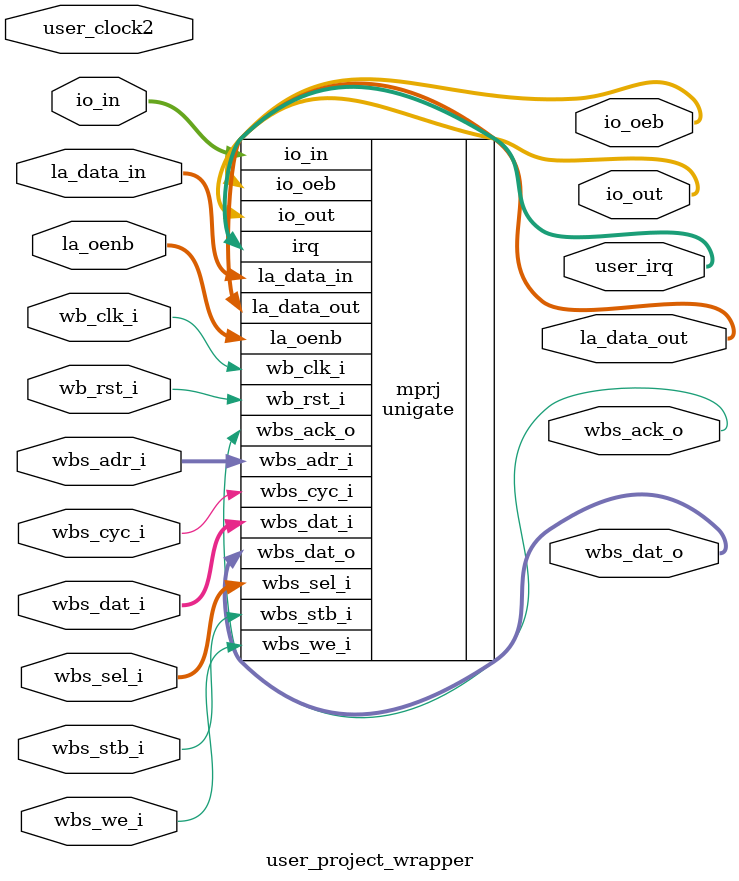
<source format=v>
module user_project_wrapper (user_clock2,
    wb_clk_i,
    wb_rst_i,
    wbs_ack_o,
    wbs_cyc_i,
    wbs_stb_i,
    wbs_we_i,
    io_in,
    io_oeb,
    io_out,
    la_data_in,
    la_data_out,
    la_oenb,
    user_irq,
    wbs_adr_i,
    wbs_dat_i,
    wbs_dat_o,
    wbs_sel_i);
 input user_clock2;
 input wb_clk_i;
 input wb_rst_i;
 output wbs_ack_o;
 input wbs_cyc_i;
 input wbs_stb_i;
 input wbs_we_i;
 input [37:0] io_in;
 output [37:0] io_oeb;
 output [37:0] io_out;
 input [63:0] la_data_in;
 output [63:0] la_data_out;
 input [63:0] la_oenb;
 output [2:0] user_irq;
 input [31:0] wbs_adr_i;
 input [31:0] wbs_dat_i;
 output [31:0] wbs_dat_o;
 input [3:0] wbs_sel_i;


 unigate mprj (.wb_clk_i(wb_clk_i),
    .wb_rst_i(wb_rst_i),
    .wbs_ack_o(wbs_ack_o),
    .wbs_cyc_i(wbs_cyc_i),
    .wbs_stb_i(wbs_stb_i),
    .wbs_we_i(wbs_we_i),
    .io_in({io_in[37],
    io_in[36],
    io_in[35],
    io_in[34],
    io_in[33],
    io_in[32],
    io_in[31],
    io_in[30],
    io_in[29],
    io_in[28],
    io_in[27],
    io_in[26],
    io_in[25],
    io_in[24],
    io_in[23],
    io_in[22],
    io_in[21],
    io_in[20],
    io_in[19],
    io_in[18],
    io_in[17],
    io_in[16],
    io_in[15],
    io_in[14],
    io_in[13],
    io_in[12],
    io_in[11],
    io_in[10],
    io_in[9],
    io_in[8],
    io_in[7],
    io_in[6],
    io_in[5],
    io_in[4],
    io_in[3],
    io_in[2],
    io_in[1],
    io_in[0]}),
    .io_oeb({io_oeb[37],
    io_oeb[36],
    io_oeb[35],
    io_oeb[34],
    io_oeb[33],
    io_oeb[32],
    io_oeb[31],
    io_oeb[30],
    io_oeb[29],
    io_oeb[28],
    io_oeb[27],
    io_oeb[26],
    io_oeb[25],
    io_oeb[24],
    io_oeb[23],
    io_oeb[22],
    io_oeb[21],
    io_oeb[20],
    io_oeb[19],
    io_oeb[18],
    io_oeb[17],
    io_oeb[16],
    io_oeb[15],
    io_oeb[14],
    io_oeb[13],
    io_oeb[12],
    io_oeb[11],
    io_oeb[10],
    io_oeb[9],
    io_oeb[8],
    io_oeb[7],
    io_oeb[6],
    io_oeb[5],
    io_oeb[4],
    io_oeb[3],
    io_oeb[2],
    io_oeb[1],
    io_oeb[0]}),
    .io_out({io_out[37],
    io_out[36],
    io_out[35],
    io_out[34],
    io_out[33],
    io_out[32],
    io_out[31],
    io_out[30],
    io_out[29],
    io_out[28],
    io_out[27],
    io_out[26],
    io_out[25],
    io_out[24],
    io_out[23],
    io_out[22],
    io_out[21],
    io_out[20],
    io_out[19],
    io_out[18],
    io_out[17],
    io_out[16],
    io_out[15],
    io_out[14],
    io_out[13],
    io_out[12],
    io_out[11],
    io_out[10],
    io_out[9],
    io_out[8],
    io_out[7],
    io_out[6],
    io_out[5],
    io_out[4],
    io_out[3],
    io_out[2],
    io_out[1],
    io_out[0]}),
    .irq({user_irq[2],
    user_irq[1],
    user_irq[0]}),
    .la_data_in({la_data_in[63],
    la_data_in[62],
    la_data_in[61],
    la_data_in[60],
    la_data_in[59],
    la_data_in[58],
    la_data_in[57],
    la_data_in[56],
    la_data_in[55],
    la_data_in[54],
    la_data_in[53],
    la_data_in[52],
    la_data_in[51],
    la_data_in[50],
    la_data_in[49],
    la_data_in[48],
    la_data_in[47],
    la_data_in[46],
    la_data_in[45],
    la_data_in[44],
    la_data_in[43],
    la_data_in[42],
    la_data_in[41],
    la_data_in[40],
    la_data_in[39],
    la_data_in[38],
    la_data_in[37],
    la_data_in[36],
    la_data_in[35],
    la_data_in[34],
    la_data_in[33],
    la_data_in[32],
    la_data_in[31],
    la_data_in[30],
    la_data_in[29],
    la_data_in[28],
    la_data_in[27],
    la_data_in[26],
    la_data_in[25],
    la_data_in[24],
    la_data_in[23],
    la_data_in[22],
    la_data_in[21],
    la_data_in[20],
    la_data_in[19],
    la_data_in[18],
    la_data_in[17],
    la_data_in[16],
    la_data_in[15],
    la_data_in[14],
    la_data_in[13],
    la_data_in[12],
    la_data_in[11],
    la_data_in[10],
    la_data_in[9],
    la_data_in[8],
    la_data_in[7],
    la_data_in[6],
    la_data_in[5],
    la_data_in[4],
    la_data_in[3],
    la_data_in[2],
    la_data_in[1],
    la_data_in[0]}),
    .la_data_out({la_data_out[63],
    la_data_out[62],
    la_data_out[61],
    la_data_out[60],
    la_data_out[59],
    la_data_out[58],
    la_data_out[57],
    la_data_out[56],
    la_data_out[55],
    la_data_out[54],
    la_data_out[53],
    la_data_out[52],
    la_data_out[51],
    la_data_out[50],
    la_data_out[49],
    la_data_out[48],
    la_data_out[47],
    la_data_out[46],
    la_data_out[45],
    la_data_out[44],
    la_data_out[43],
    la_data_out[42],
    la_data_out[41],
    la_data_out[40],
    la_data_out[39],
    la_data_out[38],
    la_data_out[37],
    la_data_out[36],
    la_data_out[35],
    la_data_out[34],
    la_data_out[33],
    la_data_out[32],
    la_data_out[31],
    la_data_out[30],
    la_data_out[29],
    la_data_out[28],
    la_data_out[27],
    la_data_out[26],
    la_data_out[25],
    la_data_out[24],
    la_data_out[23],
    la_data_out[22],
    la_data_out[21],
    la_data_out[20],
    la_data_out[19],
    la_data_out[18],
    la_data_out[17],
    la_data_out[16],
    la_data_out[15],
    la_data_out[14],
    la_data_out[13],
    la_data_out[12],
    la_data_out[11],
    la_data_out[10],
    la_data_out[9],
    la_data_out[8],
    la_data_out[7],
    la_data_out[6],
    la_data_out[5],
    la_data_out[4],
    la_data_out[3],
    la_data_out[2],
    la_data_out[1],
    la_data_out[0]}),
    .la_oenb({la_oenb[63],
    la_oenb[62],
    la_oenb[61],
    la_oenb[60],
    la_oenb[59],
    la_oenb[58],
    la_oenb[57],
    la_oenb[56],
    la_oenb[55],
    la_oenb[54],
    la_oenb[53],
    la_oenb[52],
    la_oenb[51],
    la_oenb[50],
    la_oenb[49],
    la_oenb[48],
    la_oenb[47],
    la_oenb[46],
    la_oenb[45],
    la_oenb[44],
    la_oenb[43],
    la_oenb[42],
    la_oenb[41],
    la_oenb[40],
    la_oenb[39],
    la_oenb[38],
    la_oenb[37],
    la_oenb[36],
    la_oenb[35],
    la_oenb[34],
    la_oenb[33],
    la_oenb[32],
    la_oenb[31],
    la_oenb[30],
    la_oenb[29],
    la_oenb[28],
    la_oenb[27],
    la_oenb[26],
    la_oenb[25],
    la_oenb[24],
    la_oenb[23],
    la_oenb[22],
    la_oenb[21],
    la_oenb[20],
    la_oenb[19],
    la_oenb[18],
    la_oenb[17],
    la_oenb[16],
    la_oenb[15],
    la_oenb[14],
    la_oenb[13],
    la_oenb[12],
    la_oenb[11],
    la_oenb[10],
    la_oenb[9],
    la_oenb[8],
    la_oenb[7],
    la_oenb[6],
    la_oenb[5],
    la_oenb[4],
    la_oenb[3],
    la_oenb[2],
    la_oenb[1],
    la_oenb[0]}),
    .wbs_adr_i({wbs_adr_i[31],
    wbs_adr_i[30],
    wbs_adr_i[29],
    wbs_adr_i[28],
    wbs_adr_i[27],
    wbs_adr_i[26],
    wbs_adr_i[25],
    wbs_adr_i[24],
    wbs_adr_i[23],
    wbs_adr_i[22],
    wbs_adr_i[21],
    wbs_adr_i[20],
    wbs_adr_i[19],
    wbs_adr_i[18],
    wbs_adr_i[17],
    wbs_adr_i[16],
    wbs_adr_i[15],
    wbs_adr_i[14],
    wbs_adr_i[13],
    wbs_adr_i[12],
    wbs_adr_i[11],
    wbs_adr_i[10],
    wbs_adr_i[9],
    wbs_adr_i[8],
    wbs_adr_i[7],
    wbs_adr_i[6],
    wbs_adr_i[5],
    wbs_adr_i[4],
    wbs_adr_i[3],
    wbs_adr_i[2],
    wbs_adr_i[1],
    wbs_adr_i[0]}),
    .wbs_dat_i({wbs_dat_i[31],
    wbs_dat_i[30],
    wbs_dat_i[29],
    wbs_dat_i[28],
    wbs_dat_i[27],
    wbs_dat_i[26],
    wbs_dat_i[25],
    wbs_dat_i[24],
    wbs_dat_i[23],
    wbs_dat_i[22],
    wbs_dat_i[21],
    wbs_dat_i[20],
    wbs_dat_i[19],
    wbs_dat_i[18],
    wbs_dat_i[17],
    wbs_dat_i[16],
    wbs_dat_i[15],
    wbs_dat_i[14],
    wbs_dat_i[13],
    wbs_dat_i[12],
    wbs_dat_i[11],
    wbs_dat_i[10],
    wbs_dat_i[9],
    wbs_dat_i[8],
    wbs_dat_i[7],
    wbs_dat_i[6],
    wbs_dat_i[5],
    wbs_dat_i[4],
    wbs_dat_i[3],
    wbs_dat_i[2],
    wbs_dat_i[1],
    wbs_dat_i[0]}),
    .wbs_dat_o({wbs_dat_o[31],
    wbs_dat_o[30],
    wbs_dat_o[29],
    wbs_dat_o[28],
    wbs_dat_o[27],
    wbs_dat_o[26],
    wbs_dat_o[25],
    wbs_dat_o[24],
    wbs_dat_o[23],
    wbs_dat_o[22],
    wbs_dat_o[21],
    wbs_dat_o[20],
    wbs_dat_o[19],
    wbs_dat_o[18],
    wbs_dat_o[17],
    wbs_dat_o[16],
    wbs_dat_o[15],
    wbs_dat_o[14],
    wbs_dat_o[13],
    wbs_dat_o[12],
    wbs_dat_o[11],
    wbs_dat_o[10],
    wbs_dat_o[9],
    wbs_dat_o[8],
    wbs_dat_o[7],
    wbs_dat_o[6],
    wbs_dat_o[5],
    wbs_dat_o[4],
    wbs_dat_o[3],
    wbs_dat_o[2],
    wbs_dat_o[1],
    wbs_dat_o[0]}),
    .wbs_sel_i({wbs_sel_i[3],
    wbs_sel_i[2],
    wbs_sel_i[1],
    wbs_sel_i[0]}));
endmodule


</source>
